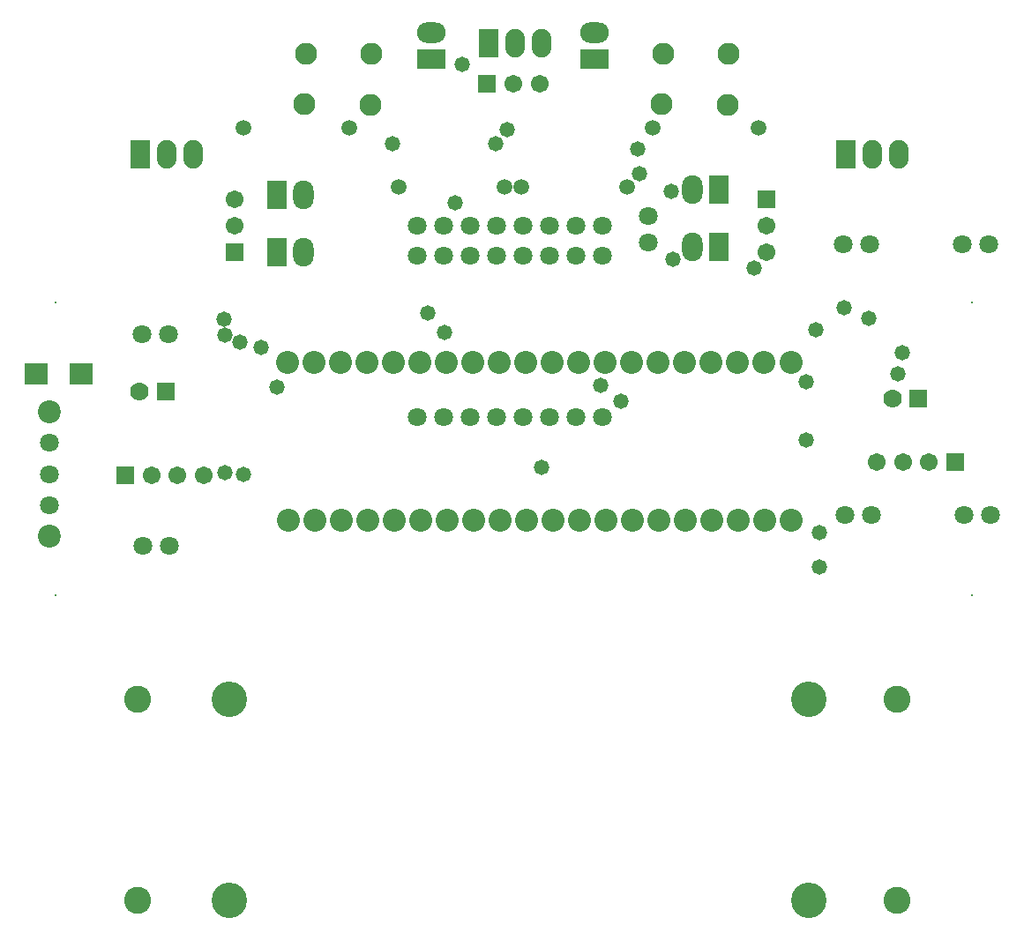
<source format=gts>
G04*
G04 #@! TF.GenerationSoftware,Altium Limited,Altium Designer,23.6.0 (18)*
G04*
G04 Layer_Color=8388736*
%FSLAX44Y44*%
%MOMM*%
G71*
G04*
G04 #@! TF.SameCoordinates,D83645A9-EAB1-4845-A107-50581717B435*
G04*
G04*
G04 #@! TF.FilePolarity,Negative*
G04*
G01*
G75*
%ADD19R,2.2032X2.1032*%
%ADD20R,1.9812X2.7432*%
%ADD21O,1.9812X2.7432*%
%ADD22C,1.8000*%
%ADD23C,1.7112*%
%ADD24R,1.7112X1.7112*%
%ADD25C,2.1082*%
%ADD26O,2.7432X1.9812*%
%ADD27R,2.7432X1.9812*%
%ADD28O,1.8542X2.7432*%
%ADD29R,1.8542X2.7432*%
%ADD30C,2.2000*%
%ADD31C,3.4032*%
%ADD32C,2.6032*%
%ADD33C,0.2032*%
%ADD34C,1.5000*%
%ADD35R,1.7112X1.7112*%
%ADD36R,1.7782X1.7782*%
%ADD37C,1.7782*%
%ADD38O,2.2032X2.2032*%
%ADD39C,1.4732*%
D19*
X262636Y863346D02*
D03*
X306324D02*
D03*
D20*
X918210Y1040130D02*
D03*
X494030Y980440D02*
D03*
Y1035050D02*
D03*
X918210Y985520D02*
D03*
D21*
X892810Y1040130D02*
D03*
X519430Y980440D02*
D03*
Y1035050D02*
D03*
X892810Y985520D02*
D03*
D22*
X389890Y901700D02*
D03*
X364490D02*
D03*
X390590Y697700D02*
D03*
X365190D02*
D03*
X628652Y822129D02*
D03*
X654053D02*
D03*
X679453D02*
D03*
X704853D02*
D03*
X730253D02*
D03*
X755652D02*
D03*
X781052D02*
D03*
X806452D02*
D03*
X806450Y976630D02*
D03*
X781050D02*
D03*
X755650D02*
D03*
X730250D02*
D03*
X704850D02*
D03*
X679450D02*
D03*
X654050D02*
D03*
X628650D02*
D03*
X850900Y1014730D02*
D03*
Y989330D02*
D03*
X628650Y1005840D02*
D03*
X654050D02*
D03*
X679450D02*
D03*
X704850D02*
D03*
X730250D02*
D03*
X755650D02*
D03*
X781050D02*
D03*
X806450D02*
D03*
X1153290Y728060D02*
D03*
X1178690D02*
D03*
X1039590Y728060D02*
D03*
X1064990D02*
D03*
X1151590Y988060D02*
D03*
X1176990D02*
D03*
X1037590D02*
D03*
X1062990D02*
D03*
X275590Y737080D02*
D03*
Y767080D02*
D03*
Y797080D02*
D03*
D23*
X963760Y1005840D02*
D03*
Y980440D02*
D03*
X373580Y765640D02*
D03*
X423580D02*
D03*
X398580D02*
D03*
X721360Y1141560D02*
D03*
X746760D02*
D03*
X1119940Y778680D02*
D03*
X1069940D02*
D03*
X1094940D02*
D03*
X453560Y1031240D02*
D03*
Y1005840D02*
D03*
D24*
X963760Y1031240D02*
D03*
X453560Y980440D02*
D03*
D25*
X863346Y1122426D02*
D03*
X927862Y1170178D02*
D03*
X927100Y1121410D02*
D03*
X864870Y1170940D02*
D03*
X521970D02*
D03*
X584200Y1121410D02*
D03*
X584962Y1170178D02*
D03*
X520446Y1122426D02*
D03*
D26*
X798830Y1191260D02*
D03*
X642620D02*
D03*
D27*
X798830Y1165860D02*
D03*
X642620D02*
D03*
D28*
X748300Y1181100D02*
D03*
X722900D02*
D03*
X388620Y1074420D02*
D03*
X414020D02*
D03*
X1065530D02*
D03*
X1090930D02*
D03*
D29*
X697500Y1181100D02*
D03*
X363220Y1074420D02*
D03*
X1040130D02*
D03*
D30*
X275590Y707480D02*
D03*
Y826680D02*
D03*
D31*
X1004540Y551160D02*
D03*
Y358160D02*
D03*
X448340Y551160D02*
D03*
Y358160D02*
D03*
D32*
X360440D02*
D03*
X1089440D02*
D03*
Y551160D02*
D03*
X360440D02*
D03*
D33*
X281300Y650870D02*
D03*
Y932140D02*
D03*
X1161300D02*
D03*
Y650870D02*
D03*
D34*
X854710Y1099820D02*
D03*
X956310D02*
D03*
X563880D02*
D03*
X462280D02*
D03*
X830580Y1042670D02*
D03*
X728980D02*
D03*
X610870D02*
D03*
X712470D02*
D03*
D35*
X348580Y765640D02*
D03*
X695960Y1141560D02*
D03*
X1144940Y778680D02*
D03*
D36*
X1109780Y839640D02*
D03*
X387150Y845990D02*
D03*
D37*
X1084780Y839640D02*
D03*
X362150Y845990D02*
D03*
D38*
X834771Y874573D02*
D03*
X809371D02*
D03*
X783971D02*
D03*
X758571D02*
D03*
X707771D02*
D03*
X682371D02*
D03*
X656971D02*
D03*
X733171D02*
D03*
X860171D02*
D03*
X961771D02*
D03*
X936371D02*
D03*
X910971D02*
D03*
X987425D02*
D03*
X885571D02*
D03*
X631679Y722427D02*
D03*
X606279D02*
D03*
X682479D02*
D03*
X580880D02*
D03*
X555480D02*
D03*
X530079D02*
D03*
X504679D02*
D03*
X657079D02*
D03*
X707879D02*
D03*
X809480D02*
D03*
X733279D02*
D03*
X758680D02*
D03*
X784080D02*
D03*
X834880D02*
D03*
X860279D02*
D03*
X961880D02*
D03*
X936479D02*
D03*
X911079D02*
D03*
X987280D02*
D03*
X885679D02*
D03*
X631571Y874573D02*
D03*
X529971D02*
D03*
X606171D02*
D03*
X504571D02*
D03*
X555371D02*
D03*
X580771D02*
D03*
D39*
X1061950Y916940D02*
D03*
X605378Y1084168D02*
D03*
X704326D02*
D03*
X665480Y1027810D02*
D03*
X1002030Y800100D02*
D03*
Y855980D02*
D03*
X1011195Y905740D02*
D03*
X1038860Y927100D02*
D03*
X874464Y973640D02*
D03*
X951843Y964587D02*
D03*
X841648Y1055008D02*
D03*
X1090094Y863166D02*
D03*
X443230Y915670D02*
D03*
X638810Y921472D02*
D03*
X715444Y1098116D02*
D03*
X840660Y1079500D02*
D03*
X872490Y1038860D02*
D03*
X671830Y1160780D02*
D03*
X458131Y893614D02*
D03*
X444500Y900430D02*
D03*
X655320Y902970D02*
D03*
X494030Y850900D02*
D03*
X478790Y888920D02*
D03*
X748030Y773430D02*
D03*
X1094740Y883920D02*
D03*
X1014730Y711200D02*
D03*
Y678180D02*
D03*
X824230Y836930D02*
D03*
X805180Y852170D02*
D03*
X462280Y767080D02*
D03*
X444500Y768350D02*
D03*
M02*

</source>
